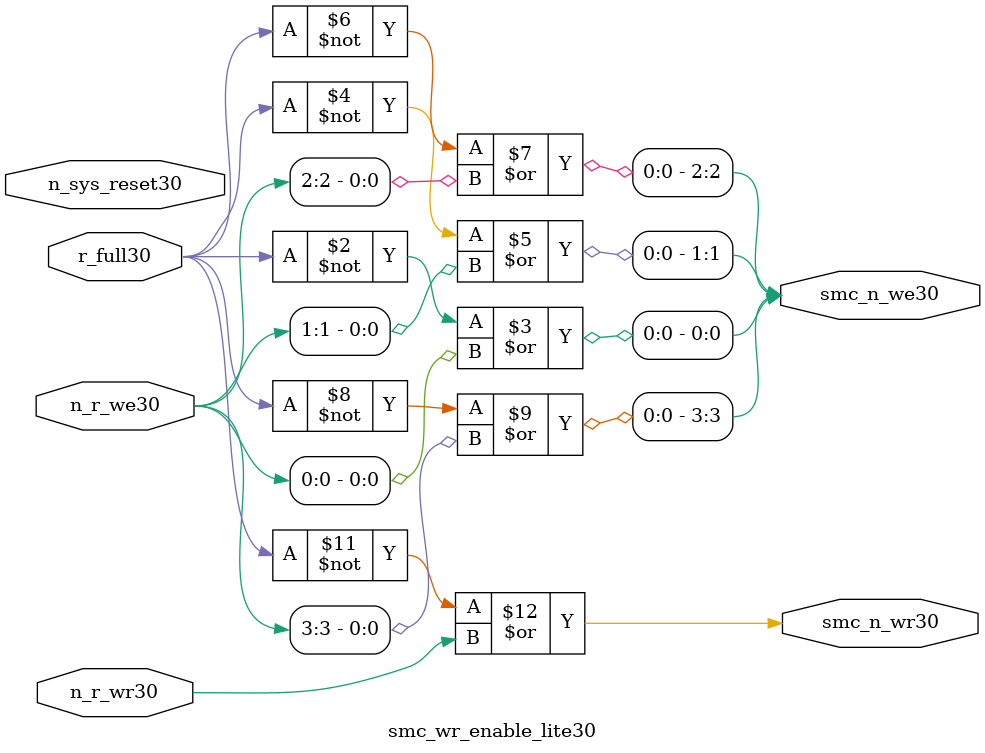
<source format=v>


  module smc_wr_enable_lite30 (

                      //inputs30                      

                      n_sys_reset30,
                      r_full30,
                      n_r_we30,
                      n_r_wr30,

                      //outputs30

                      smc_n_we30,
                      smc_n_wr30);

//I30/O30
   
   input             n_sys_reset30;   //system reset
   input             r_full30;    // Full cycle write strobe30
   input [3:0]       n_r_we30;    //write enable from smc_strobe30
   input             n_r_wr30;    //write strobe30 from smc_strobe30
   output [3:0]      smc_n_we30;  // write enable (active low30)
   output            smc_n_wr30;  // write strobe30 (active low30)
   
   
//output reg declaration30.
   
   reg [3:0]          smc_n_we30;
   reg                smc_n_wr30;

//----------------------------------------------------------------------
// negedge strobes30 with clock30.
//----------------------------------------------------------------------
      

//----------------------------------------------------------------------
      
//--------------------------------------------------------------------
// Gate30 Write strobes30 with clock30.
//--------------------------------------------------------------------

  always @(r_full30 or n_r_we30)
  
  begin
  
     smc_n_we30[0] = ((~r_full30  ) | n_r_we30[0] );

     smc_n_we30[1] = ((~r_full30  ) | n_r_we30[1] );

     smc_n_we30[2] = ((~r_full30  ) | n_r_we30[2] );

     smc_n_we30[3] = ((~r_full30  ) | n_r_we30[3] );

  
  end

//--------------------------------------------------------------------   
//write strobe30 generation30
//--------------------------------------------------------------------   

  always @(n_r_wr30 or r_full30 )
  
     begin
  
        smc_n_wr30 = ((~r_full30 ) | n_r_wr30 );
       
     end

endmodule // smc_wr_enable30


</source>
